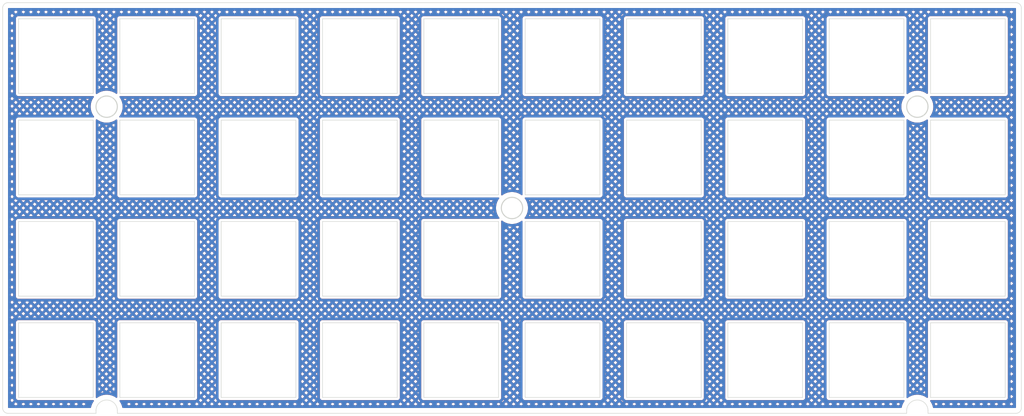
<source format=kicad_pcb>
(kicad_pcb (version 20221018) (generator pcbnew)
  (layers (0 "F.Cu" signal) (31 "B.Cu" signal) (34 "B.Paste" user) (35 "F.Paste" user) (36 "B.SilkS" user "B.Silkscreen") (37 "F.SilkS" user "F.Silkscreen") (38 "B.Mask" user) (39 "F.Mask" user) (44 "Edge.Cuts" user))
  (net 0 "")
  (footprint "ScottoKeebs_Cutout:Cutout_MX_1.00u" (layer "F.Cu") (at 214.354246 121.203927 180)
    (fp_text reference "S2" hide)
    (fp_text value "Keyswitch" hide)
    (fp_line (start -7 -7) (end -7 7) (stroke (width 0.1)) (layer "Edge.Cuts"))
    (fp_line (start -7 7) (end 7 7) (stroke (width 0.1)) (layer "Edge.Cuts"))
    (fp_line (start 7 -7) (end -7 -7) (stroke (width 0.1)) (layer "Edge.Cuts"))
    (fp_line (start 7 7) (end 7 -7) (stroke (width 0.1)) (layer "Edge.Cuts"))
  )
  (footprint "ScottoKeebs_Cutout:Cutout_MX_1.00u" (layer "F.Cu") (at 157.354246 102.203927 180)
    (fp_text reference "S15" hide)
    (fp_text value "Keyswitch" hide)
    (fp_line (start -7 -7) (end -7 7) (stroke (width 0.1)) (layer "Edge.Cuts"))
    (fp_line (start -7 7) (end 7 7) (stroke (width 0.1)) (layer "Edge.Cuts"))
    (fp_line (start 7 -7) (end -7 -7) (stroke (width 0.1)) (layer "Edge.Cuts"))
    (fp_line (start 7 7) (end 7 -7) (stroke (width 0.1)) (layer "Edge.Cuts"))
  )
  (footprint "ScottoKeebs_Cutout:Cutout_MX_1.00u" (layer "F.Cu") (at 138.354246 121.203927 180)
    (fp_text reference "S6" hide)
    (fp_text value "Keyswitch" hide)
    (fp_line (start -7 -7) (end -7 7) (stroke (width 0.1)) (layer "Edge.Cuts"))
    (fp_line (start -7 7) (end 7 7) (stroke (width 0.1)) (layer "Edge.Cuts"))
    (fp_line (start 7 -7) (end -7 -7) (stroke (width 0.1)) (layer "Edge.Cuts"))
    (fp_line (start 7 7) (end 7 -7) (stroke (width 0.1)) (layer "Edge.Cuts"))
  )
  (footprint "ScottoKeebs_Cutout:Cutout_MX_1.00u" (layer "F.Cu") (at 62.354246 64.203927 180)
    (fp_text reference "S40" hide)
    (fp_text value "Keyswitch" hide)
    (fp_line (start -7 -7) (end -7 7) (stroke (width 0.1)) (layer "Edge.Cuts"))
    (fp_line (start -7 7) (end 7 7) (stroke (width 0.1)) (layer "Edge.Cuts"))
    (fp_line (start 7 -7) (end -7 -7) (stroke (width 0.1)) (layer "Edge.Cuts"))
    (fp_line (start 7 7) (end 7 -7) (stroke (width 0.1)) (layer "Edge.Cuts"))
  )
  (footprint "ScottoKeebs_Cutout:Cutout_MX_1.00u" (layer "F.Cu") (at 176.354246 83.203927 180)
    (fp_text reference "S24" hide)
    (fp_text value "Keyswitch" hide)
    (fp_line (start -7 -7) (end -7 7) (stroke (width 0.1)) (layer "Edge.Cuts"))
    (fp_line (start -7 7) (end 7 7) (stroke (width 0.1)) (layer "Edge.Cuts"))
    (fp_line (start 7 -7) (end -7 -7) (stroke (width 0.1)) (layer "Edge.Cuts"))
    (fp_line (start 7 7) (end 7 -7) (stroke (width 0.1)) (layer "Edge.Cuts"))
  )
  (footprint "ScottoKeebs_Cutout:Cutout_MX_1.00u" (layer "F.Cu") (at 195.354246 102.203927 180)
    (fp_text reference "S13" hide)
    (fp_text value "Keyswitch" hide)
    (fp_line (start -7 -7) (end -7 7) (stroke (width 0.1)) (layer "Edge.Cuts"))
    (fp_line (start -7 7) (end 7 7) (stroke (width 0.1)) (layer "Edge.Cuts"))
    (fp_line (start 7 -7) (end -7 -7) (stroke (width 0.1)) (layer "Edge.Cuts"))
    (fp_line (start 7 7) (end 7 -7) (stroke (width 0.1)) (layer "Edge.Cuts"))
  )
  (footprint "ScottoKeebs_Cutout:Cutout_MX_1.00u" (layer "F.Cu") (at 214.354246 102.203927 180)
    (fp_text reference "S12" hide)
    (fp_text value "Keyswitch" hide)
    (fp_line (start -7 -7) (end -7 7) (stroke (width 0.1)) (layer "Edge.Cuts"))
    (fp_line (start -7 7) (end 7 7) (stroke (width 0.1)) (layer "Edge.Cuts"))
    (fp_line (start 7 -7) (end -7 -7) (stroke (width 0.1)) (layer "Edge.Cuts"))
    (fp_line (start 7 7) (end 7 -7) (stroke (width 0.1)) (layer "Edge.Cuts"))
  )
  (footprint "ScottoKeebs_Cutout:Cutout_MX_1.00u" (layer "F.Cu") (at 233.354246 64.203927 180)
    (fp_text reference "S31" hide)
    (fp_text value "Keyswitch" hide)
    (fp_line (start -7 -7) (end -7 7) (stroke (width 0.1)) (layer "Edge.Cuts"))
    (fp_line (start -7 7) (end 7 7) (stroke (width 0.1)) (layer "Edge.Cuts"))
    (fp_line (start 7 -7) (end -7 -7) (stroke (width 0.1)) (layer "Edge.Cuts"))
    (fp_line (start 7 7) (end 7 -7) (stroke (width 0.1)) (layer "Edge.Cuts"))
  )
  (footprint "ScottoKeebs_Cutout:Cutout_MX_1.00u" (layer "F.Cu") (at 157.354246 121.203927 180)
    (fp_text reference "S5" hide)
    (fp_text value "Keyswitch" hide)
    (fp_line (start -7 -7) (end -7 7) (stroke (width 0.1)) (layer "Edge.Cuts"))
    (fp_line (start -7 7) (end 7 7) (stroke (width 0.1)) (layer "Edge.Cuts"))
    (fp_line (start 7 -7) (end -7 -7) (stroke (width 0.1)) (layer "Edge.Cuts"))
    (fp_line (start 7 7) (end 7 -7) (stroke (width 0.1)) (layer "Edge.Cuts"))
  )
  (footprint "ScottoKeebs_Cutout:Cutout_MX_1.00u" (layer "F.Cu") (at 62.354246 121.203927 180)
    (fp_text reference "S10" hide)
    (fp_text value "Keyswitch" hide)
    (fp_line (start -7 -7) (end -7 7) (stroke (width 0.1)) (layer "Edge.Cuts"))
    (fp_line (start -7 7) (end 7 7) (stroke (width 0.1)) (layer "Edge.Cuts"))
    (fp_line (start 7 -7) (end -7 -7) (stroke (width 0.1)) (layer "Edge.Cuts"))
    (fp_line (start 7 7) (end 7 -7) (stroke (width 0.1)) (layer "Edge.Cuts"))
  )
  (footprint "ScottoKeebs_Cutout:Cutout_MX_1.00u" (layer "F.Cu") (at 157.354246 64.203927 180)
    (fp_text reference "S35" hide)
    (fp_text value "Keyswitch" hide)
    (fp_line (start -7 -7) (end -7 7) (stroke (width 0.1)) (layer "Edge.Cuts"))
    (fp_line (start -7 7) (end 7 7) (stroke (width 0.1)) (layer "Edge.Cuts"))
    (fp_line (start 7 -7) (end -7 -7) (stroke (width 0.1)) (layer "Edge.Cuts"))
    (fp_line (start 7 7) (end 7 -7) (stroke (width 0.1)) (layer "Edge.Cuts"))
  )
  (footprint "ScottoKeebs_Cutout:Cutout_MX_1.00u" (layer "F.Cu") (at 81.354246 102.203927 180)
    (fp_text reference "S19" hide)
    (fp_text value "Keyswitch" hide)
    (fp_line (start -7 -7) (end -7 7) (stroke (width 0.1)) (layer "Edge.Cuts"))
    (fp_line (start -7 7) (end 7 7) (stroke (width 0.1)) (layer "Edge.Cuts"))
    (fp_line (start 7 -7) (end -7 -7) (stroke (width 0.1)) (layer "Edge.Cuts"))
    (fp_line (start 7 7) (end 7 -7) (stroke (width 0.1)) (layer "Edge.Cuts"))
  )
  (footprint "ScottoKeebs_Cutout:Cutout_MX_1.00u" (layer "F.Cu") (at 195.354246 83.203927 180)
    (fp_text reference "S23" hide)
    (fp_text value "Keyswitch" hide)
    (fp_line (start -7 -7) (end -7 7) (stroke (width 0.1)) (layer "Edge.Cuts"))
    (fp_line (start -7 7) (end 7 7) (stroke (width 0.1)) (layer "Edge.Cuts"))
    (fp_line (start 7 -7) (end -7 -7) (stroke (width 0.1)) (layer "Edge.Cuts"))
    (fp_line (start 7 7) (end 7 -7) (stroke (width 0.1)) (layer "Edge.Cuts"))
  )
  (footprint "ScottoKeebs_Cutout:Cutout_MX_1.00u" (layer "F.Cu") (at 100.354246 83.203927 180)
    (fp_text reference "S28" hide)
    (fp_text value "Keyswitch" hide)
    (fp_line (start -7 -7) (end -7 7) (stroke (width 0.1)) (layer "Edge.Cuts"))
    (fp_line (start -7 7) (end 7 7) (stroke (width 0.1)) (layer "Edge.Cuts"))
    (fp_line (start 7 -7) (end -7 -7) (stroke (width 0.1)) (layer "Edge.Cuts"))
    (fp_line (start 7 7) (end 7 -7) (stroke (width 0.1)) (layer "Edge.Cuts"))
  )
  (footprint "ScottoKeebs_Cutout:Cutout_MX_1.00u" (layer "F.Cu") (at 138.354246 64.203927 180)
    (fp_text reference "S36" hide)
    (fp_text value "Keyswitch" hide)
    (fp_line (start -7 -7) (end -7 7) (stroke (width 0.1)) (layer "Edge.Cuts"))
    (fp_line (start -7 7) (end 7 7) (stroke (width 0.1)) (layer "Edge.Cuts"))
    (fp_line (start 7 -7) (end -7 -7) (stroke (width 0.1)) (layer "Edge.Cuts"))
    (fp_line (start 7 7) (end 7 -7) (stroke (width 0.1)) (layer "Edge.Cuts"))
  )
  (footprint "ScottoKeebs_Cutout:Cutout_MX_1.00u" (layer "F.Cu") (at 195.354246 121.203927 180)
    (fp_text reference "S3" hide)
    (fp_text value "Keyswitch" hide)
    (fp_line (start -7 -7) (end -7 7) (stroke (width 0.1)) (layer "Edge.Cuts"))
    (fp_line (start -7 7) (end 7 7) (stroke (width 0.1)) (layer "Edge.Cuts"))
    (fp_line (start 7 -7) (end -7 -7) (stroke (width 0.1)) (layer "Edge.Cuts"))
    (fp_line (start 7 7) (end 7 -7) (stroke (width 0.1)) (layer "Edge.Cuts"))
  )
  (footprint "ScottoKeebs_Cutout:Cutout_MX_1.00u" (layer "F.Cu") (at 100.354246 121.203927 180)
    (fp_text reference "S8" hide)
    (fp_text value "Keyswitch" hide)
    (fp_line (start -7 -7) (end -7 7) (stroke (width 0.1)) (layer "Edge.Cuts"))
    (fp_line (start -7 7) (end 7 7) (stroke (width 0.1)) (layer "Edge.Cuts"))
    (fp_line (start 7 -7) (end -7 -7) (stroke (width 0.1)) (layer "Edge.Cuts"))
    (fp_line (start 7 7) (end 7 -7) (stroke (width 0.1)) (layer "Edge.Cuts"))
  )
  (footprint "ScottoKeebs_Cutout:Cutout_MX_1.00u" (layer "F.Cu") (at 119.354246 102.203927 180)
    (fp_text reference "S17" hide)
    (fp_text value "Keyswitch" hide)
    (fp_line (start -7 -7) (end -7 7) (stroke (width 0.1)) (layer "Edge.Cuts"))
    (fp_line (start -7 7) (end 7 7) (stroke (width 0.1)) (layer "Edge.Cuts"))
    (fp_line (start 7 -7) (end -7 -7) (stroke (width 0.1)) (layer "Edge.Cuts"))
    (fp_line (start 7 7) (end 7 -7) (stroke (width 0.1)) (layer "Edge.Cuts"))
  )
  (footprint "ScottoKeebs_Cutout:Cutout_MX_1.00u" (layer "F.Cu") (at 119.354246 83.203927 180)
    (fp_text reference "S27" hide)
    (fp_text value "Keyswitch" hide)
    (fp_line (start -7 -7) (end -7 7) (stroke (width 0.1)) (layer "Edge.Cuts"))
    (fp_line (start -7 7) (end 7 7) (stroke (width 0.1)) (layer "Edge.Cuts"))
    (fp_line (start 7 -7) (end -7 -7) (stroke (width 0.1)) (layer "Edge.Cuts"))
    (fp_line (start 7 7) (end 7 -7) (stroke (width 0.1)) (layer "Edge.Cuts"))
  )
  (footprint "ScottoKeebs_Cutout:Cutout_MX_1.00u" (layer "F.Cu") (at 138.354246 102.203927 180)
    (fp_text reference "S16" hide)
    (fp_text value "Keyswitch" hide)
    (fp_line (start -7 -7) (end -7 7) (stroke (width 0.1)) (layer "Edge.Cuts"))
    (fp_line (start -7 7) (end 7 7) (stroke (width 0.1)) (layer "Edge.Cuts"))
    (fp_line (start 7 -7) (end -7 -7) (stroke (width 0.1)) (layer "Edge.Cuts"))
    (fp_line (start 7 7) (end 7 -7) (stroke (width 0.1)) (layer "Edge.Cuts"))
  )
  (footprint "ScottoKeebs_Cutout:Cutout_MX_1.00u" (layer "F.Cu") (at 81.354246 64.203927 180)
    (fp_text reference "S39" hide)
    (fp_text value "Keyswitch" hide)
    (fp_line (start -7 -7) (end -7 7) (stroke (width 0.1)) (layer "Edge.Cuts"))
    (fp_line (start -7 7) (end 7 7) (stroke (width 0.1)) (layer "Edge.Cuts"))
    (fp_line (start 7 -7) (end -7 -7) (stroke (width 0.1)) (layer "Edge.Cuts"))
    (fp_line (start 7 7) (end 7 -7) (stroke (width 0.1)) (layer "Edge.Cuts"))
  )
  (footprint "ScottoKeebs_Cutout:Cutout_MX_1.00u" (layer "F.Cu") (at 176.354246 64.203927 180)
    (fp_text reference "S34" hide)
    (fp_text value "Keyswitch" hide)
    (fp_line (start -7 -7) (end -7 7) (stroke (width 0.1)) (layer "Edge.Cuts"))
    (fp_line (start -7 7) (end 7 7) (stroke (width 0.1)) (layer "Edge.Cuts"))
    (fp_line (start 7 -7) (end -7 -7) (stroke (width 0.1)) (layer "Edge.Cuts"))
    (fp_line (start 7 7) (end 7 -7) (stroke (width 0.1)) (layer "Edge.Cuts"))
  )
  (footprint "ScottoKeebs_Cutout:Cutout_MX_1.00u" (layer "F.Cu") (at 214.354246 83.203927 180)
    (fp_text reference "S22" hide)
    (fp_text value "Keyswitch" hide)
    (fp_line (start -7 -7) (end -7 7) (stroke (width 0.1)) (layer "Edge.Cuts"))
    (fp_line (start -7 7) (end 7 7) (stroke (width 0.1)) (layer "Edge.Cuts"))
    (fp_line (start 7 -7) (end -7 -7) (stroke (width 0.1)) (layer "Edge.Cuts"))
    (fp_line (start 7 7) (end 7 -7) (stroke (width 0.1)) (layer "Edge.Cuts"))
  )
  (footprint "ScottoKeebs_Cutout:Cutout_MX_1.00u" (layer "F.Cu") (at 62.354246 83.203927 180)
    (fp_text reference "S30" hide)
    (fp_text value "Keyswitch" hide)
    (fp_line (start -7 -7) (end -7 7) (stroke (width 0.1)) (layer "Edge.Cuts"))
    (fp_line (start -7 7) (end 7 7) (stroke (width 0.1)) (layer "Edge.Cuts"))
    (fp_line (start 7 -7) (end -7 -7) (stroke (width 0.1)) (layer "Edge.Cuts"))
    (fp_line (start 7 7) (end 7 -7) (stroke (width 0.1)) (layer "Edge.Cuts"))
  )
  (footprint "ScottoKeebs_Cutout:Cutout_MX_1.00u" (layer "F.Cu") (at 233.354246 121.203927 180)
    (fp_text reference "S1" hide)
    (fp_text value "Keyswitch" hide)
    (fp_line (start -7 -7) (end -7 7) (stroke (width 0.1)) (layer "Edge.Cuts"))
    (fp_line (start -7 7) (end 7 7) (stroke (width 0.1)) (layer "Edge.Cuts"))
    (fp_line (start 7 -7) (end -7 -7) (stroke (width 0.1)) (layer "Edge.Cuts"))
    (fp_line (start 7 7) (end 7 -7) (stroke (width 0.1)) (layer "Edge.Cuts"))
  )
  (footprint "ScottoKeebs_Cutout:Cutout_MX_1.00u" (layer "F.Cu") (at 119.354246 121.203927 180)
    (fp_text reference "S7" hide)
    (fp_text value "Keyswitch" hide)
    (fp_line (start -7 -7) (end -7 7) (stroke (width 0.1)) (layer "Edge.Cuts"))
    (fp_line (start -7 7) (end 7 7) (stroke (width 0.1)) (layer "Edge.Cuts"))
    (fp_line (start 7 -7) (end -7 -7) (stroke (width 0.1)) (layer "Edge.Cuts"))
    (fp_line (start 7 7) (end 7 -7) (stroke (width 0.1)) (layer "Edge.Cuts"))
  )
  (footprint "ScottoKeebs_Cutout:Cutout_MX_1.00u" (layer "F.Cu") (at 195.354246 64.203927 180)
    (fp_text reference "S33" hide)
    (fp_text value "Keyswitch" hide)
    (fp_line (start -7 -7) (end -7 7) (stroke (width 0.1)) (layer "Edge.Cuts"))
    (fp_line (start -7 7) (end 7 7) (stroke (width 0.1)) (layer "Edge.Cuts"))
    (fp_line (start 7 -7) (end -7 -7) (stroke (width 0.1)) (layer "Edge.Cuts"))
    (fp_line (start 7 7) (end 7 -7) (stroke (width 0.1)) (layer "Edge.Cuts"))
  )
  (footprint "ScottoKeebs_Cutout:Cutout_MX_1.00u" (layer "F.Cu") (at 119.354246 64.203927 180)
    (fp_text reference "S37" hide)
    (fp_text value "Keyswitch" hide)
    (fp_line (start -7 -7) (end -7 7) (stroke (width 0.1)) (layer "Edge.Cuts"))
    (fp_line (start -7 7) (end 7 7) (stroke (width 0.1)) (layer "Edge.Cuts"))
    (fp_line (start 7 -7) (end -7 -7) (stroke (width 0.1)) (layer "Edge.Cuts"))
    (fp_line (start 7 7) (end 7 -7) (stroke (width 0.1)) (layer "Edge.Cuts"))
  )
  (footprint "ScottoKeebs_Cutout:Cutout_MX_1.00u" (layer "F.Cu") (at 81.354246 83.203927 180)
    (fp_text reference "S29" hide)
    (fp_text value "Keyswitch" hide)
    (fp_line (start -7 -7) (end -7 7) (stroke (width 0.1)) (layer "Edge.Cuts"))
    (fp_line (start -7 7) (end 7 7) (stroke (width 0.1)) (layer "Edge.Cuts"))
    (fp_line (start 7 -7) (end -7 -7) (stroke (width 0.1)) (layer "Edge.Cuts"))
    (fp_line (start 7 7) (end 7 -7) (stroke (width 0.1)) (layer "Edge.Cuts"))
  )
  (footprint "ScottoKeebs_Cutout:Cutout_MX_1.00u" (layer "F.Cu") (at 138.354246 83.203927 180)
    (fp_text reference "S26" hide)
    (fp_text value "Keyswitch" hide)
    (fp_line (start -7 -7) (end -7 7) (stroke (width 0.1)) (layer "Edge.Cuts"))
    (fp_line (start -7 7) (end 7 7) (stroke (width 0.1)) (layer "Edge.Cuts"))
    (fp_line (start 7 -7) (end -7 -7) (stroke (width 0.1)) (layer "Edge.Cuts"))
    (fp_line (start 7 7) (end 7 -7) (stroke (width 0.1)) (layer "Edge.Cuts"))
  )
  (footprint "ScottoKeebs_Cutout:Cutout_MX_1.00u" (layer "F.Cu") (at 62.354246 102.203927 180)
    (fp_text reference "S20" hide)
    (fp_text value "Keyswitch" hide)
    (fp_line (start -7 -7) (end -7 7) (stroke (width 0.1)) (layer "Edge.Cuts"))
    (fp_line (start -7 7) (end 7 7) (stroke (width 0.1)) (layer "Edge.Cuts"))
    (fp_line (start 7 -7) (end -7 -7) (stroke (width 0.1)) (layer "Edge.Cuts"))
    (fp_line (start 7 7) (end 7 -7) (stroke (width 0.1)) (layer "Edge.Cuts"))
  )
  (footprint "ScottoKeebs_Cutout:Cutout_MX_1.00u" (layer "F.Cu") (at 100.354246 64.203927 180)
    (fp_text reference "S38" hide)
    (fp_text value "Keyswitch" hide)
    (fp_line (start -7 -7) (end -7 7) (stroke (width 0.1)) (layer "Edge.Cuts"))
    (fp_line (start -7 7) (end 7 7) (stroke (width 0.1)) (layer "Edge.Cuts"))
    (fp_line (start 7 -7) (end -7 -7) (stroke (width 0.1)) (layer "Edge.Cuts"))
    (fp_line (start 7 7) (end 7 -7) (stroke (width 0.1)) (layer "Edge.Cuts"))
  )
  (footprint "ScottoKeebs_Cutout:Cutout_MX_1.00u" (layer "F.Cu") (at 176.354246 102.203927 180)
    (fp_text reference "S14" hide)
    (fp_text value "Keyswitch" hide)
    (fp_line (start -7 -7) (end -7 7) (stroke (width 0.1)) (layer "Edge.Cuts"))
    (fp_line (start -7 7) (end 7 7) (stroke (width 0.1)) (layer "Edge.Cuts"))
    (fp_line (start 7 -7) (end -7 -7) (stroke (width 0.1)) (layer "Edge.Cuts"))
    (fp_line (start 7 7) (end 7 -7) (stroke (width 0.1)) (layer "Edge.Cuts"))
  )
  (footprint "ScottoKeebs_Cutout:Cutout_MX_1.00u" (layer "F.Cu") (at 233.354246 102.203927 180)
    (fp_text reference "S11" hide)
    (fp_text value "Keyswitch" hide)
    (fp_line (start -7 -7) (end -7 7) (stroke (width 0.1)) (layer "Edge.Cuts"))
    (fp_line (start -7 7) (end 7 7) (stroke (width 0.1)) (layer "Edge.Cuts"))
    (fp_line (start 7 -7) (end -7 -7) (stroke (width 0.1)) (layer "Edge.Cuts"))
    (fp_line (start 7 7) (end 7 -7) (stroke (width 0.1)) (layer "Edge.Cuts"))
  )
  (footprint "ScottoKeebs_Cutout:Cutout_MX_1.00u" (layer "F.Cu") (at 176.354246 121.203927 180)
    (fp_text reference "S4" hide)
    (fp_text value "Keyswitch" hide)
    (fp_line (start -7 -7) (end -7 7) (stroke (width 0.1)) (layer "Edge.Cuts"))
    (fp_line (start -7 7) (end 7 7) (stroke (width 0.1)) (layer "Edge.Cuts"))
    (fp_line (start 7 -7) (end -7 -7) (stroke (width 0.1)) (layer "Edge.Cuts"))
    (fp_line (start 7 7) (end 7 -7) (stroke (width 0.1)) (layer "Edge.Cuts"))
  )
  (footprint "ScottoKeebs_Cutout:Cutout_MX_1.00u" (layer "F.Cu") (at 214.354246 64.203927 180)
    (fp_text reference "S32" hide)
    (fp_text value "Keyswitch" hide)
    (fp_line (start -7 -7) (end -7 7) (stroke (width 0.1)) (layer "Edge.Cuts"))
    (fp_line (start -7 7) (end 7 7) (stroke (width 0.1)) (layer "Edge.Cuts"))
    (fp_line (start 7 -7) (end -7 -7) (stroke (width 0.1)) (layer "Edge.Cuts"))
    (fp_line (start 7 7) (end 7 -7) (stroke (width 0.1)) (layer "Edge.Cuts"))
  )
  (footprint "ScottoKeebs_Cutout:Cutout_MX_1.00u" (layer "F.Cu") (at 157.354246 83.203927 180)
    (fp_text reference "S25" hide)
    (fp_text value "Keyswitch" hide)
    (fp_line (start -7 -7) (end -7 7) (stroke (width 0.1)) (layer "Edge.Cuts"))
    (fp_line (start -7 7) (end 7 7) (stroke (width 0.1)) (layer "Edge.Cuts"))
    (fp_line (start 7 -7) (end -7 -7) (stroke (width 0.1)) (layer "Edge.Cuts"))
    (fp_line (start 7 7) (end 7 -7) (stroke (width 0.1)) (layer "Edge.Cuts"))
  )
  (footprint "ScottoKeebs_Cutout:Cutout_MX_1.00u" (layer "F.Cu") (at 233.354246 83.203927 180)
    (fp_text reference "S21" hide)
    (fp_text value "Keyswitch" hide)
    (fp_line (start -7 -7) (end -7 7) (stroke (width 0.1)) (layer "Edge.Cuts"))
    (fp_line (start -7 7) (end 7 7) (stroke (width 0.1)) (layer "Edge.Cuts"))
    (fp_line (start 7 -7) (end -7 -7) (stroke (width 0.1)) (layer "Edge.Cuts"))
    (fp_line (start 7 7) (end 7 -7) (stroke (width 0.1)) (layer "Edge.Cuts"))
  )
  (footprint "ScottoKeebs_Cutout:Cutout_MX_1.00u" (layer "F.Cu") (at 100.354246 102.203927 180)
    (fp_text reference "S18" hide)
    (fp_text value "Keyswitch" hide)
    (fp_line (start -7 -7) (end -7 7) (stroke (width 0.1)) (layer "Edge.Cuts"))
    (fp_line (start -7 7) (end 7 7) (stroke (width 0.1)) (layer "Edge.Cuts"))
    (fp_line (start 7 -7) (end -7 -7) (stroke (width 0.1)) (layer "Edge.Cuts"))
    (fp_line (start 7 7) (end 7 -7) (stroke (width 0.1)) (layer "Edge.Cuts"))
  )
  (footprint "ScottoKeebs_Cutout:Cutout_MX_1.00u" (layer "F.Cu") (at 81.354246 121.203927 180)
    (fp_text reference "S9" hide)
    (fp_text value "Keyswitch" hide)
    (fp_line (start -7 -7) (end -7 7) (stroke (width 0.1)) (layer "Edge.Cuts"))
    (fp_line (start -7 7) (end 7 7) (stroke (width 0.1)) (layer "Edge.Cuts"))
    (fp_line (start 7 -7) (end -7 -7) (stroke (width 0.1)) (layer "Edge.Cuts"))
    (fp_line (start 7 7) (end 7 -7) (stroke (width 0.1)) (layer "Edge.Cuts"))
  )
  (gr_arc (start 221.879246 130.678927) (mid 223.879246 128.678927) (end 225.879246 130.678927) (stroke (width 0.1)) (layer "Edge.Cuts"))
  (gr_line (start 69.879246 130.678927) (end 69.879246 131.178927) (stroke (width 0.1)) (layer "Edge.Cuts"))
  (gr_line (start 52.379246 130.178927) (end 52.379246 55.178927) (stroke (width 0.1)) (layer "Edge.Cuts"))
  (gr_line (start 221.879246 130.678927) (end 221.879246 131.178927) (stroke (width 0.1)) (layer "Edge.Cuts"))
  (gr_line (start 225.879246 131.178927) (end 242.379246 131.178927) (stroke (width 0.1)) (layer "Edge.Cuts"))
  (gr_line (start 221.879246 131.178927) (end 73.879246 131.178927) (stroke (width 0.1)) (layer "Edge.Cuts"))
  (gr_arc (start 53.379246 131.178927) (mid 52.6721 130.886052) (end 52.379246 130.178927) (stroke (width 0.1)) (layer "Edge.Cuts"))
  (gr_arc (start 242.379246 54.178927) (mid 243.086313 54.471838) (end 243.379246 55.178927) (stroke (width 0.1)) (layer "Edge.Cuts"))
  (gr_line (start 225.879246 130.678927) (end 225.879246 131.178927) (stroke (width 0.1)) (layer "Edge.Cuts"))
  (gr_circle (center 147.879246 92.678927) (end 145.879246 92.678927) (stroke (width 0.2)) (fill none) (layer "Edge.Cuts"))
  (gr_circle (center 223.879246 73.678927) (end 221.879246 73.678927) (stroke (width 0.2)) (fill none) (layer "Edge.Cuts"))
  (gr_arc (start 52.379246 55.178927) (mid 52.672132 54.471819) (end 53.379246 54.178927) (stroke (width 0.1)) (layer "Edge.Cuts"))
  (gr_arc (start 69.879246 130.678927) (mid 71.879246 128.678927) (end 73.879246 130.678927) (stroke (width 0.1)) (layer "Edge.Cuts"))
  (gr_arc (start 243.379246 130.178927) (mid 243.086346 130.886033) (end 242.379246 131.178927) (stroke (width 0.1)) (layer "Edge.Cuts"))
  (gr_line (start 243.379246 130.178927) (end 243.379246 55.178927) (stroke (width 0.1)) (layer "Edge.Cuts"))
  (gr_line (start 73.879246 130.678927) (end 73.879246 131.178927) (stroke (width 0.1)) (layer "Edge.Cuts"))
  (gr_line (start 242.379246 54.178927) (end 53.379246 54.178927) (stroke (width 0.1)) (layer "Edge.Cuts"))
  (gr_circle (center 71.879246 73.678927) (end 69.879246 73.678927) (stroke (width 0.2)) (fill none) (layer "Edge.Cuts"))
  (gr_line (start 69.879246 131.178927) (end 53.379246 131.178927) (stroke (width 0.1)) (layer "Edge.Cuts"))
  (zone (net 0) (net_name "") (layers "F&B.Cu") (connect_pads (clearance 0.5)) (min_thickness 0.25) (fill yes (mode hatch) (thermal_gap 0.5) (thermal_bridge_width 0.5) (island_removal_mode 1) (island_area_min 10) (hatch_thickness 0.5) (hatch_gap 0.5) (hatch_orientation 45) (hatch_border_algorithm hatch_thickness) (hatch_min_hole_area 0.3))
    (polygon (pts (xy 243.379246 131.178927) (xy 52.379246 131.178927) (xy 52.379246 54.178927) (xy 243.379246 54.178927)))
  )
)
</source>
